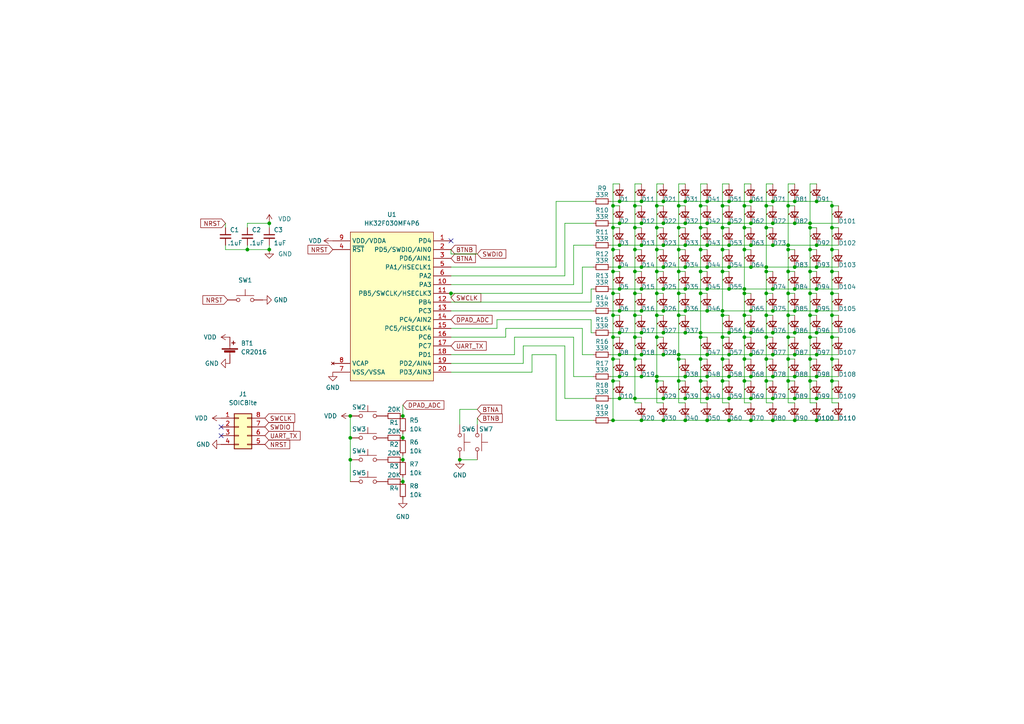
<source format=kicad_sch>
(kicad_sch (version 20211123) (generator eeschema)
  (paper "A4")
  (junction (at 228.6 59.69))
  (junction (at 177.8 78.74))
  (junction (at 192.405 77.47))
  (junction (at 234.95 97.79))
  (junction (at 230.505 121.92))
  (junction (at 196.85 91.44))
  (junction (at 192.405 58.42))
  (junction (at 224.155 64.77))
  (junction (at 205.105 90.17))
  (junction (at 71.755 72.39))
  (junction (at 209.55 91.44))
  (junction (at 184.15 115.57))
  (junction (at 228.6 110.49))
  (junction (at 228.6 71.12))
  (junction (at 217.805 96.52))
  (junction (at 198.755 96.52))
  (junction (at 211.455 83.82))
  (junction (at 78.105 64.77))
  (junction (at 234.95 78.74))
  (junction (at 196.85 102.87))
  (junction (at 196.85 110.49))
  (junction (at 217.805 115.57))
  (junction (at 186.055 58.42))
  (junction (at 203.2 85.09))
  (junction (at 228.6 78.74))
  (junction (at 179.705 64.77))
  (junction (at 230.505 102.87))
  (junction (at 177.8 121.92))
  (junction (at 230.505 115.57))
  (junction (at 215.9 72.39))
  (junction (at 230.505 77.47))
  (junction (at 236.855 121.92))
  (junction (at 186.055 71.12))
  (junction (at 224.155 109.22))
  (junction (at 203.2 78.74))
  (junction (at 236.855 90.17))
  (junction (at 234.95 91.44))
  (junction (at 190.5 109.22))
  (junction (at 228.6 104.14))
  (junction (at 203.2 72.39))
  (junction (at 224.155 90.17))
  (junction (at 179.705 96.52))
  (junction (at 241.3 97.79))
  (junction (at 230.505 109.22))
  (junction (at 192.405 90.17))
  (junction (at 101.6 133.35))
  (junction (at 209.55 104.14))
  (junction (at 215.9 104.14))
  (junction (at 198.755 90.17))
  (junction (at 211.455 115.57))
  (junction (at 177.8 97.79))
  (junction (at 234.95 104.14))
  (junction (at 190.5 72.39))
  (junction (at 209.55 97.79))
  (junction (at 230.505 83.82))
  (junction (at 224.155 96.52))
  (junction (at 179.705 58.42))
  (junction (at 211.455 64.77))
  (junction (at 184.15 59.69))
  (junction (at 222.25 104.14))
  (junction (at 177.8 104.14))
  (junction (at 228.6 91.44))
  (junction (at 177.8 72.39))
  (junction (at 241.3 110.49))
  (junction (at 186.055 83.82))
  (junction (at 177.8 85.09))
  (junction (at 211.455 96.52))
  (junction (at 209.55 72.39))
  (junction (at 198.755 83.82))
  (junction (at 222.25 97.79))
  (junction (at 217.805 121.92))
  (junction (at 228.6 97.79))
  (junction (at 198.755 121.92))
  (junction (at 234.95 110.49))
  (junction (at 205.105 58.42))
  (junction (at 209.55 110.49))
  (junction (at 230.505 58.42))
  (junction (at 215.9 83.82))
  (junction (at 205.105 121.92))
  (junction (at 179.705 102.87))
  (junction (at 186.055 77.47))
  (junction (at 184.15 104.14))
  (junction (at 116.84 133.35))
  (junction (at 211.455 71.12))
  (junction (at 116.84 127))
  (junction (at 184.15 97.79))
  (junction (at 209.55 59.69))
  (junction (at 209.55 90.17))
  (junction (at 198.755 77.47))
  (junction (at 234.95 72.39))
  (junction (at 186.055 109.22))
  (junction (at 224.155 58.42))
  (junction (at 205.105 71.12))
  (junction (at 179.705 109.22))
  (junction (at 222.25 77.47))
  (junction (at 179.705 83.82))
  (junction (at 196.85 59.69))
  (junction (at 203.2 97.79))
  (junction (at 186.055 121.92))
  (junction (at 190.5 91.44))
  (junction (at 203.2 104.14))
  (junction (at 224.155 71.12))
  (junction (at 234.95 64.77))
  (junction (at 209.55 66.04))
  (junction (at 211.455 121.92))
  (junction (at 190.5 66.04))
  (junction (at 224.155 121.92))
  (junction (at 177.8 66.04))
  (junction (at 236.855 102.87))
  (junction (at 234.95 85.09))
  (junction (at 205.105 109.22))
  (junction (at 222.25 85.09))
  (junction (at 190.5 78.74))
  (junction (at 215.9 59.69))
  (junction (at 130.81 85.09))
  (junction (at 192.405 121.92))
  (junction (at 116.84 120.65))
  (junction (at 186.055 96.52))
  (junction (at 222.25 91.44))
  (junction (at 215.9 66.04))
  (junction (at 186.055 64.77))
  (junction (at 215.9 97.79))
  (junction (at 184.15 66.04))
  (junction (at 217.805 109.22))
  (junction (at 222.25 66.04))
  (junction (at 230.505 96.52))
  (junction (at 179.705 77.47))
  (junction (at 241.3 91.44))
  (junction (at 224.155 83.82))
  (junction (at 177.8 91.44))
  (junction (at 192.405 115.57))
  (junction (at 177.8 110.49))
  (junction (at 101.6 120.65))
  (junction (at 217.805 77.47))
  (junction (at 205.105 115.57))
  (junction (at 234.95 66.04))
  (junction (at 203.2 66.04))
  (junction (at 241.3 66.04))
  (junction (at 190.5 110.49))
  (junction (at 198.755 64.77))
  (junction (at 228.6 85.09))
  (junction (at 211.455 77.47))
  (junction (at 101.6 127))
  (junction (at 215.9 110.49))
  (junction (at 217.805 90.17))
  (junction (at 192.405 71.12))
  (junction (at 198.755 109.22))
  (junction (at 236.855 83.82))
  (junction (at 196.85 72.39))
  (junction (at 196.85 66.04))
  (junction (at 241.3 59.69))
  (junction (at 222.25 59.69))
  (junction (at 217.805 102.87))
  (junction (at 184.15 78.74))
  (junction (at 236.855 71.12))
  (junction (at 198.755 115.57))
  (junction (at 179.705 115.57))
  (junction (at 198.755 58.42))
  (junction (at 215.9 91.44))
  (junction (at 179.705 90.17))
  (junction (at 179.705 71.12))
  (junction (at 192.405 96.52))
  (junction (at 196.85 85.09))
  (junction (at 116.84 139.7))
  (junction (at 186.055 90.17))
  (junction (at 184.15 91.44))
  (junction (at 222.25 78.74))
  (junction (at 190.5 59.69))
  (junction (at 184.15 85.09))
  (junction (at 203.2 110.49))
  (junction (at 241.3 104.14))
  (junction (at 192.405 83.82))
  (junction (at 217.805 58.42))
  (junction (at 196.85 78.74))
  (junction (at 186.055 102.87))
  (junction (at 192.405 64.77))
  (junction (at 205.105 102.87))
  (junction (at 236.855 109.22))
  (junction (at 184.15 72.39))
  (junction (at 215.9 85.09))
  (junction (at 236.855 58.42))
  (junction (at 211.455 58.42))
  (junction (at 224.155 115.57))
  (junction (at 224.155 102.87))
  (junction (at 205.105 77.47))
  (junction (at 217.805 64.77))
  (junction (at 230.505 90.17))
  (junction (at 230.505 64.77))
  (junction (at 241.3 85.09))
  (junction (at 211.455 109.22))
  (junction (at 198.755 71.12))
  (junction (at 241.3 78.74))
  (junction (at 133.35 133.35))
  (junction (at 241.3 72.39))
  (junction (at 236.855 115.57))
  (junction (at 228.6 72.39))
  (junction (at 192.405 102.87))
  (junction (at 196.85 104.14))
  (junction (at 209.55 78.74))
  (junction (at 190.5 97.79))
  (junction (at 203.2 96.52))
  (junction (at 205.105 83.82))
  (junction (at 190.5 85.09))
  (junction (at 217.805 71.12))
  (junction (at 205.105 64.77))
  (junction (at 236.855 96.52))
  (junction (at 78.105 72.39))
  (junction (at 177.8 59.69))
  (junction (at 222.25 110.49))
  (junction (at 236.855 77.47))
  (junction (at 203.2 59.69))
  (junction (at 211.455 102.87))
  (no_connect (at 130.81 69.85))
  (no_connect (at 64.135 126.365))
  (no_connect (at 64.135 123.825))
  (wire (pts (xy 168.91 102.87) (xy 172.085 102.87)))
  (wire (pts (xy 211.455 77.47) (xy 217.805 77.47)))
  (wire (pts (xy 211.455 115.57) (xy 217.805 115.57)))
  (wire (pts (xy 184.15 66.04) (xy 184.15 72.39)))
  (wire (pts (xy 171.45 83.82) (xy 172.085 83.82)))
  (wire (pts (xy 215.9 53.34) (xy 217.805 53.34)))
  (wire (pts (xy 177.8 85.09) (xy 177.8 91.44)))
  (wire (pts (xy 184.15 78.74) (xy 184.15 85.09)))
  (wire (pts (xy 241.3 85.09) (xy 241.3 91.44)))
  (wire (pts (xy 190.5 66.04) (xy 192.405 66.04)))
  (wire (pts (xy 190.5 109.22) (xy 190.5 110.49)))
  (wire (pts (xy 196.85 78.74) (xy 196.85 85.09)))
  (wire (pts (xy 215.9 72.39) (xy 215.9 83.82)))
  (wire (pts (xy 222.25 78.74) (xy 222.25 85.09)))
  (wire (pts (xy 177.8 104.14) (xy 179.705 104.14)))
  (wire (pts (xy 184.15 59.69) (xy 184.15 66.04)))
  (wire (pts (xy 236.855 109.22) (xy 243.205 109.22)))
  (wire (pts (xy 186.055 109.22) (xy 190.5 109.22)))
  (wire (pts (xy 166.37 109.22) (xy 172.085 109.22)))
  (wire (pts (xy 130.81 90.17) (xy 172.085 90.17)))
  (wire (pts (xy 192.405 83.82) (xy 198.755 83.82)))
  (wire (pts (xy 215.9 104.14) (xy 217.805 104.14)))
  (wire (pts (xy 138.43 133.35) (xy 133.35 133.35)))
  (wire (pts (xy 168.91 102.87) (xy 168.91 95.25)))
  (wire (pts (xy 228.6 91.44) (xy 230.505 91.44)))
  (wire (pts (xy 228.6 59.69) (xy 230.505 59.69)))
  (wire (pts (xy 192.405 58.42) (xy 198.755 58.42)))
  (wire (pts (xy 198.755 90.17) (xy 205.105 90.17)))
  (wire (pts (xy 198.755 77.47) (xy 205.105 77.47)))
  (wire (pts (xy 192.405 115.57) (xy 198.755 115.57)))
  (wire (pts (xy 241.3 72.39) (xy 241.3 78.74)))
  (wire (pts (xy 161.29 77.47) (xy 161.29 58.42)))
  (wire (pts (xy 211.455 58.42) (xy 217.805 58.42)))
  (wire (pts (xy 241.3 91.44) (xy 243.205 91.44)))
  (wire (pts (xy 203.2 66.04) (xy 205.105 66.04)))
  (wire (pts (xy 184.15 53.34) (xy 186.055 53.34)))
  (wire (pts (xy 192.405 71.12) (xy 198.755 71.12)))
  (wire (pts (xy 217.805 64.77) (xy 224.155 64.77)))
  (wire (pts (xy 177.8 97.79) (xy 179.705 97.79)))
  (wire (pts (xy 130.81 73.66) (xy 138.43 73.66)))
  (wire (pts (xy 186.055 71.12) (xy 192.405 71.12)))
  (wire (pts (xy 215.9 116.84) (xy 217.805 116.84)))
  (wire (pts (xy 203.2 96.52) (xy 203.2 97.79)))
  (wire (pts (xy 198.755 109.22) (xy 205.105 109.22)))
  (wire (pts (xy 130.81 107.95) (xy 154.305 107.95)))
  (wire (pts (xy 177.8 85.09) (xy 179.705 85.09)))
  (wire (pts (xy 101.6 127) (xy 101.6 133.35)))
  (wire (pts (xy 168.91 95.25) (xy 146.685 95.25)))
  (wire (pts (xy 130.81 85.09) (xy 130.81 86.36)))
  (wire (pts (xy 228.6 91.44) (xy 228.6 97.79)))
  (wire (pts (xy 241.3 78.74) (xy 241.3 85.09)))
  (wire (pts (xy 177.165 96.52) (xy 179.705 96.52)))
  (wire (pts (xy 130.81 102.87) (xy 149.225 102.87)))
  (wire (pts (xy 205.105 58.42) (xy 211.455 58.42)))
  (wire (pts (xy 222.25 110.49) (xy 222.25 116.84)))
  (wire (pts (xy 234.95 78.74) (xy 236.855 78.74)))
  (wire (pts (xy 215.9 91.44) (xy 215.9 97.79)))
  (wire (pts (xy 179.705 71.12) (xy 186.055 71.12)))
  (wire (pts (xy 215.9 110.49) (xy 215.9 116.84)))
  (wire (pts (xy 196.85 91.44) (xy 198.755 91.44)))
  (wire (pts (xy 203.2 104.14) (xy 203.2 110.49)))
  (wire (pts (xy 168.91 77.47) (xy 168.91 85.09)))
  (wire (pts (xy 65.405 72.39) (xy 71.755 72.39)))
  (wire (pts (xy 217.805 109.22) (xy 224.155 109.22)))
  (wire (pts (xy 192.405 64.77) (xy 198.755 64.77)))
  (wire (pts (xy 215.9 85.09) (xy 215.9 91.44)))
  (wire (pts (xy 203.2 78.74) (xy 205.105 78.74)))
  (wire (pts (xy 215.9 72.39) (xy 217.805 72.39)))
  (wire (pts (xy 177.8 53.34) (xy 177.8 59.69)))
  (wire (pts (xy 205.105 121.92) (xy 211.455 121.92)))
  (wire (pts (xy 190.5 78.74) (xy 192.405 78.74)))
  (wire (pts (xy 228.6 53.34) (xy 228.6 59.69)))
  (wire (pts (xy 203.2 85.09) (xy 203.2 96.52)))
  (wire (pts (xy 144.145 95.25) (xy 144.145 92.71)))
  (wire (pts (xy 190.5 66.04) (xy 190.5 72.39)))
  (wire (pts (xy 241.3 72.39) (xy 243.205 72.39)))
  (wire (pts (xy 205.105 90.17) (xy 209.55 90.17)))
  (wire (pts (xy 116.84 117.475) (xy 116.84 120.65)))
  (wire (pts (xy 196.85 102.87) (xy 205.105 102.87)))
  (wire (pts (xy 171.45 83.82) (xy 171.45 87.63)))
  (wire (pts (xy 177.8 72.39) (xy 177.8 78.74)))
  (wire (pts (xy 184.15 72.39) (xy 186.055 72.39)))
  (wire (pts (xy 228.6 72.39) (xy 230.505 72.39)))
  (wire (pts (xy 184.15 115.57) (xy 192.405 115.57)))
  (wire (pts (xy 241.3 104.14) (xy 243.205 104.14)))
  (wire (pts (xy 130.81 72.39) (xy 130.81 73.66)))
  (wire (pts (xy 241.3 91.44) (xy 241.3 97.79)))
  (wire (pts (xy 203.2 78.74) (xy 203.2 85.09)))
  (wire (pts (xy 209.55 59.69) (xy 211.455 59.69)))
  (wire (pts (xy 186.055 102.87) (xy 192.405 102.87)))
  (wire (pts (xy 196.85 66.04) (xy 198.755 66.04)))
  (wire (pts (xy 177.165 102.87) (xy 179.705 102.87)))
  (wire (pts (xy 209.55 91.44) (xy 211.455 91.44)))
  (wire (pts (xy 166.37 82.55) (xy 166.37 71.12)))
  (wire (pts (xy 177.165 121.92) (xy 177.8 121.92)))
  (wire (pts (xy 217.805 58.42) (xy 224.155 58.42)))
  (wire (pts (xy 222.25 97.79) (xy 222.25 104.14)))
  (wire (pts (xy 184.15 97.79) (xy 186.055 97.79)))
  (wire (pts (xy 215.9 85.09) (xy 217.805 85.09)))
  (wire (pts (xy 186.055 83.82) (xy 192.405 83.82)))
  (wire (pts (xy 228.6 85.09) (xy 228.6 91.44)))
  (wire (pts (xy 236.855 96.52) (xy 243.205 96.52)))
  (wire (pts (xy 196.85 85.09) (xy 198.755 85.09)))
  (wire (pts (xy 234.95 72.39) (xy 236.855 72.39)))
  (wire (pts (xy 163.83 80.01) (xy 163.83 64.77)))
  (wire (pts (xy 230.505 77.47) (xy 236.855 77.47)))
  (wire (pts (xy 236.855 71.12) (xy 243.205 71.12)))
  (wire (pts (xy 234.95 53.34) (xy 234.95 64.77)))
  (wire (pts (xy 209.55 116.84) (xy 211.455 116.84)))
  (wire (pts (xy 209.55 104.14) (xy 211.455 104.14)))
  (wire (pts (xy 209.55 90.17) (xy 209.55 91.44)))
  (wire (pts (xy 236.855 77.47) (xy 243.205 77.47)))
  (wire (pts (xy 196.85 102.87) (xy 196.85 104.14)))
  (wire (pts (xy 209.55 59.69) (xy 209.55 66.04)))
  (wire (pts (xy 222.25 66.04) (xy 224.155 66.04)))
  (wire (pts (xy 186.055 58.42) (xy 192.405 58.42)))
  (wire (pts (xy 224.155 71.12) (xy 228.6 71.12)))
  (wire (pts (xy 177.8 78.74) (xy 177.8 85.09)))
  (wire (pts (xy 177.165 64.77) (xy 179.705 64.77)))
  (wire (pts (xy 203.2 66.04) (xy 203.2 72.39)))
  (wire (pts (xy 234.95 53.34) (xy 236.855 53.34)))
  (wire (pts (xy 186.055 96.52) (xy 192.405 96.52)))
  (wire (pts (xy 179.705 58.42) (xy 186.055 58.42)))
  (wire (pts (xy 211.455 64.77) (xy 217.805 64.77)))
  (wire (pts (xy 184.15 85.09) (xy 184.15 91.44)))
  (wire (pts (xy 205.105 115.57) (xy 211.455 115.57)))
  (wire (pts (xy 116.84 132.08) (xy 116.84 133.35)))
  (wire (pts (xy 209.55 53.34) (xy 209.55 59.69)))
  (wire (pts (xy 217.805 77.47) (xy 222.25 77.47)))
  (wire (pts (xy 217.805 121.92) (xy 224.155 121.92)))
  (wire (pts (xy 228.6 85.09) (xy 230.505 85.09)))
  (wire (pts (xy 179.705 109.22) (xy 186.055 109.22)))
  (wire (pts (xy 190.5 59.69) (xy 190.5 66.04)))
  (wire (pts (xy 203.2 59.69) (xy 205.105 59.69)))
  (wire (pts (xy 184.15 115.57) (xy 184.15 116.84)))
  (wire (pts (xy 138.43 118.745) (xy 133.35 118.745)))
  (wire (pts (xy 190.5 85.09) (xy 190.5 91.44)))
  (wire (pts (xy 177.165 115.57) (xy 179.705 115.57)))
  (wire (pts (xy 192.405 102.87) (xy 196.85 102.87)))
  (wire (pts (xy 184.15 91.44) (xy 186.055 91.44)))
  (wire (pts (xy 179.705 90.17) (xy 186.055 90.17)))
  (wire (pts (xy 65.405 64.77) (xy 65.405 66.04)))
  (wire (pts (xy 177.8 91.44) (xy 177.8 97.79)))
  (wire (pts (xy 177.165 90.17) (xy 179.705 90.17)))
  (wire (pts (xy 177.8 110.49) (xy 179.705 110.49)))
  (wire (pts (xy 186.055 64.77) (xy 192.405 64.77)))
  (wire (pts (xy 209.55 66.04) (xy 209.55 72.39)))
  (wire (pts (xy 130.81 95.25) (xy 144.145 95.25)))
  (wire (pts (xy 198.755 96.52) (xy 203.2 96.52)))
  (wire (pts (xy 224.155 115.57) (xy 230.505 115.57)))
  (wire (pts (xy 184.15 116.84) (xy 186.055 116.84)))
  (wire (pts (xy 184.15 104.14) (xy 184.15 115.57)))
  (wire (pts (xy 205.105 77.47) (xy 211.455 77.47)))
  (wire (pts (xy 211.455 102.87) (xy 217.805 102.87)))
  (wire (pts (xy 190.5 72.39) (xy 190.5 78.74)))
  (wire (pts (xy 230.505 115.57) (xy 236.855 115.57)))
  (wire (pts (xy 215.9 110.49) (xy 217.805 110.49)))
  (wire (pts (xy 177.8 121.92) (xy 186.055 121.92)))
  (wire (pts (xy 186.055 77.47) (xy 192.405 77.47)))
  (wire (pts (xy 241.3 97.79) (xy 241.3 104.14)))
  (wire (pts (xy 209.55 110.49) (xy 211.455 110.49)))
  (wire (pts (xy 177.8 66.04) (xy 179.705 66.04)))
  (wire (pts (xy 215.9 83.82) (xy 215.9 85.09)))
  (wire (pts (xy 234.95 72.39) (xy 234.95 78.74)))
  (wire (pts (xy 190.5 109.22) (xy 198.755 109.22)))
  (wire (pts (xy 78.105 64.77) (xy 71.755 64.77)))
  (wire (pts (xy 228.6 104.14) (xy 228.6 110.49)))
  (wire (pts (xy 222.25 78.74) (xy 224.155 78.74)))
  (wire (pts (xy 196.85 104.14) (xy 196.85 110.49)))
  (wire (pts (xy 198.755 115.57) (xy 205.105 115.57)))
  (wire (pts (xy 241.3 66.04) (xy 241.3 72.39)))
  (wire (pts (xy 211.455 83.82) (xy 215.9 83.82)))
  (wire (pts (xy 230.505 109.22) (xy 236.855 109.22)))
  (wire (pts (xy 203.2 59.69) (xy 203.2 66.04)))
  (wire (pts (xy 179.705 96.52) (xy 186.055 96.52)))
  (wire (pts (xy 177.165 77.47) (xy 179.705 77.47)))
  (wire (pts (xy 192.405 96.52) (xy 198.755 96.52)))
  (wire (pts (xy 179.705 115.57) (xy 184.15 115.57)))
  (wire (pts (xy 209.55 78.74) (xy 209.55 90.17)))
  (wire (pts (xy 163.83 115.57) (xy 163.83 100.33)))
  (wire (pts (xy 234.95 91.44) (xy 236.855 91.44)))
  (wire (pts (xy 234.95 66.04) (xy 236.855 66.04)))
  (wire (pts (xy 196.85 104.14) (xy 198.755 104.14)))
  (wire (pts (xy 203.2 116.84) (xy 205.105 116.84)))
  (wire (pts (xy 203.2 53.34) (xy 205.105 53.34)))
  (wire (pts (xy 196.85 110.49) (xy 196.85 116.84)))
  (wire (pts (xy 234.95 66.04) (xy 234.95 72.39)))
  (wire (pts (xy 78.105 71.12) (xy 78.105 72.39)))
  (wire (pts (xy 196.85 116.84) (xy 198.755 116.84)))
  (wire (pts (xy 163.83 100.33) (xy 151.765 100.33)))
  (wire (pts (xy 224.155 109.22) (xy 230.505 109.22)))
  (wire (pts (xy 71.755 64.77) (xy 71.755 66.04)))
  (wire (pts (xy 205.105 109.22) (xy 211.455 109.22)))
  (wire (pts (xy 205.105 102.87) (xy 211.455 102.87)))
  (wire (pts (xy 241.3 59.69) (xy 241.3 66.04)))
  (wire (pts (xy 190.5 97.79) (xy 192.405 97.79)))
  (wire (pts (xy 215.9 97.79) (xy 217.805 97.79)))
  (wire (pts (xy 65.405 71.12) (xy 65.405 72.39)))
  (wire (pts (xy 215.9 97.79) (xy 215.9 104.14)))
  (wire (pts (xy 215.9 66.04) (xy 217.805 66.04)))
  (wire (pts (xy 234.95 91.44) (xy 234.95 97.79)))
  (wire (pts (xy 177.8 104.14) (xy 177.8 110.49)))
  (wire (pts (xy 203.2 97.79) (xy 205.105 97.79)))
  (wire (pts (xy 217.805 71.12) (xy 224.155 71.12)))
  (wire (pts (xy 228.6 110.49) (xy 228.6 116.84)))
  (wire (pts (xy 133.35 118.745) (xy 133.35 123.19)))
  (wire (pts (xy 116.84 138.43) (xy 116.84 139.7)))
  (wire (pts (xy 203.2 110.49) (xy 203.2 116.84)))
  (wire (pts (xy 205.105 71.12) (xy 211.455 71.12)))
  (wire (pts (xy 234.95 97.79) (xy 236.855 97.79)))
  (wire (pts (xy 163.83 115.57) (xy 172.085 115.57)))
  (wire (pts (xy 177.8 110.49) (xy 177.8 121.92)))
  (wire (pts (xy 234.95 110.49) (xy 236.855 110.49)))
  (wire (pts (xy 177.165 83.82) (xy 179.705 83.82)))
  (wire (pts (xy 78.105 64.77) (xy 78.105 66.04)))
  (wire (pts (xy 215.9 91.44) (xy 217.805 91.44)))
  (wire (pts (xy 222.25 97.79) (xy 224.155 97.79)))
  (wire (pts (xy 196.85 53.34) (xy 196.85 59.69)))
  (wire (pts (xy 222.25 59.69) (xy 222.25 66.04)))
  (wire (pts (xy 215.9 59.69) (xy 215.9 66.04)))
  (wire (pts (xy 196.85 78.74) (xy 198.755 78.74)))
  (wire (pts (xy 190.5 72.39) (xy 192.405 72.39)))
  (wire (pts (xy 222.25 104.14) (xy 224.155 104.14)))
  (wire (pts (xy 161.29 58.42) (xy 172.085 58.42)))
  (wire (pts (xy 241.3 97.79) (xy 243.205 97.79)))
  (wire (pts (xy 228.6 53.34) (xy 230.505 53.34)))
  (wire (pts (xy 236.855 102.87) (xy 243.205 102.87)))
  (wire (pts (xy 203.2 96.52) (xy 211.455 96.52)))
  (wire (pts (xy 71.755 71.12) (xy 71.755 72.39)))
  (wire (pts (xy 224.155 58.42) (xy 230.505 58.42)))
  (wire (pts (xy 177.8 78.74) (xy 179.705 78.74)))
  (wire (pts (xy 130.81 85.09) (xy 168.91 85.09)))
  (wire (pts (xy 163.83 64.77) (xy 172.085 64.77)))
  (wire (pts (xy 184.15 78.74) (xy 186.055 78.74)))
  (wire (pts (xy 196.85 91.44) (xy 196.85 102.87)))
  (wire (pts (xy 230.505 83.82) (xy 236.855 83.82)))
  (wire (pts (xy 209.55 66.04) (xy 211.455 66.04)))
  (wire (pts (xy 205.105 83.82) (xy 211.455 83.82)))
  (wire (pts (xy 236.855 83.82) (xy 243.205 83.82)))
  (wire (pts (xy 241.3 116.84) (xy 243.205 116.84)))
  (wire (pts (xy 209.55 53.34) (xy 211.455 53.34)))
  (wire (pts (xy 161.29 121.92) (xy 161.29 102.87)))
  (wire (pts (xy 101.6 133.35) (xy 101.6 139.7)))
  (wire (pts (xy 241.3 78.74) (xy 243.205 78.74)))
  (wire (pts (xy 234.95 85.09) (xy 234.95 91.44)))
  (wire (pts (xy 222.25 59.69) (xy 224.155 59.69)))
  (wire (pts (xy 209.55 72.39) (xy 211.455 72.39)))
  (wire (pts (xy 130.81 77.47) (xy 161.29 77.47)))
  (wire (pts (xy 177.165 71.12) (xy 179.705 71.12)))
  (wire (pts (xy 234.95 104.14) (xy 234.95 110.49)))
  (wire (pts (xy 234.95 85.09) (xy 236.855 85.09)))
  (wire (pts (xy 177.8 91.44) (xy 179.705 91.44)))
  (wire (pts (xy 196.85 53.34) (xy 198.755 53.34)))
  (wire (pts (xy 186.055 90.17) (xy 192.405 90.17)))
  (wire (pts (xy 116.84 125.73) (xy 116.84 127)))
  (wire (pts (xy 179.705 64.77) (xy 186.055 64.77)))
  (wire (pts (xy 190.5 59.69) (xy 192.405 59.69)))
  (wire (pts (xy 234.95 97.79) (xy 234.95 104.14)))
  (wire (pts (xy 217.805 115.57) (xy 224.155 115.57)))
  (wire (pts (xy 222.25 91.44) (xy 222.25 97.79)))
  (wire (pts (xy 154.305 102.87) (xy 161.29 102.87)))
  (wire (pts (xy 186.055 121.92) (xy 192.405 121.92)))
  (wire (pts (xy 234.95 116.84) (xy 236.855 116.84)))
  (wire (pts (xy 177.8 59.69) (xy 179.705 59.69)))
  (wire (pts (xy 228.6 97.79) (xy 228.6 104.14)))
  (wire (pts (xy 179.705 102.87) (xy 186.055 102.87)))
  (wire (pts (xy 161.29 121.92) (xy 172.085 121.92)))
  (wire (pts (xy 203.2 72.39) (xy 203.2 78.74)))
  (wire (pts (xy 241.3 85.09) (xy 243.205 85.09)))
  (wire (pts (xy 166.37 109.22) (xy 166.37 97.79)))
  (wire (pts (xy 184.15 85.09) (xy 186.055 85.09)))
  (wire (pts (xy 149.225 97.79) (xy 166.37 97.79)))
  (wire (pts (xy 217.805 102.87) (xy 224.155 102.87)))
  (wire (pts (xy 215.9 83.82) (xy 224.155 83.82)))
  (wire (pts (xy 230.505 121.92) (xy 236.855 121.92)))
  (wire (pts (xy 179.705 77.47) (xy 186.055 77.47)))
  (wire (pts (xy 236.855 58.42) (xy 241.3 58.42)))
  (wire (pts (xy 224.155 96.52) (xy 230.505 96.52)))
  (wire (pts (xy 190.5 53.34) (xy 190.5 59.69)))
  (wire (pts (xy 177.8 53.34) (xy 179.705 53.34)))
  (wire (pts (xy 224.155 102.87) (xy 230.505 102.87)))
  (wire (pts (xy 224.155 121.92) (xy 230.505 121.92)))
  (wire (pts (xy 196.85 72.39) (xy 196.85 78.74)))
  (wire (pts (xy 209.55 110.49) (xy 209.55 116.84)))
  (wire (pts (xy 241.3 110.49) (xy 241.3 116.84)))
  (wire (pts (xy 230.505 102.87) (xy 236.855 102.87)))
  (wire (pts (xy 234.95 64.77) (xy 234.95 66.04)))
  (wire (pts (xy 198.755 121.92) (xy 205.105 121.92)))
  (wire (pts (xy 241.3 66.04) (xy 243.205 66.04)))
  (wire (pts (xy 196.85 72.39) (xy 198.755 72.39)))
  (wire (pts (xy 177.8 72.39) (xy 179.705 72.39)))
  (wire (pts (xy 228.6 110.49) (xy 230.505 110.49)))
  (wire (pts (xy 190.5 53.34) (xy 192.405 53.34)))
  (wire (pts (xy 179.705 83.82) (xy 186.055 83.82)))
  (wire (pts (xy 177.8 59.69) (xy 177.8 66.04)))
  (wire (pts (xy 236.855 121.92) (xy 243.205 121.92)))
  (wire (pts (xy 209.55 104.14) (xy 209.55 110.49)))
  (wire (pts (xy 211.455 96.52) (xy 217.805 96.52)))
  (wire (pts (xy 190.5 78.74) (xy 190.5 85.09)))
  (wire (pts (xy 151.765 100.33) (xy 151.765 105.41)))
  (wire (pts (xy 228.6 71.12) (xy 236.855 71.12)))
  (wire (pts (xy 230.505 64.77) (xy 234.95 64.77)))
  (wire (pts (xy 184.15 97.79) (xy 184.15 104.14)))
  (wire (pts (xy 177.165 109.22) (xy 179.705 109.22)))
  (wire (pts (xy 236.855 115.57) (xy 243.205 115.57)))
  (wire (pts (xy 209.55 91.44) (xy 209.55 97.79)))
  (wire (pts (xy 211.455 121.92) (xy 217.805 121.92)))
  (wire (pts (xy 222.25 104.14) (xy 222.25 110.49)))
  (wire (pts (xy 215.9 59.69) (xy 217.805 59.69)))
  (wire (pts (xy 224.155 90.17) (xy 230.505 90.17)))
  (wire (pts (xy 190.5 91.44) (xy 192.405 91.44)))
  (wire (pts (xy 190.5 110.49) (xy 190.5 116.84)))
  (wire (pts (xy 217.805 90.17) (xy 224.155 90.17)))
  (wire (pts (xy 171.45 96.52) (xy 172.085 96.52)))
  (wire (pts (xy 146.685 95.25) (xy 146.685 97.79)))
  (wire (pts (xy 177.8 97.79) (xy 177.8 104.14)))
  (wire (pts (xy 101.6 120.65) (xy 101.6 127)))
  (wire (pts (xy 228.6 72.39) (xy 228.6 78.74)))
  (wire (pts (xy 222.25 77.47) (xy 222.25 78.74)))
  (wire (pts (xy 184.15 59.69) (xy 186.055 59.69)))
  (wire (pts (xy 209.55 72.39) (xy 209.55 78.74)))
  (wire (pts (xy 71.755 72.39) (xy 78.105 72.39)))
  (wire (pts (xy 184.15 104.14) (xy 186.055 104.14)))
  (wire (pts (xy 146.685 97.79) (xy 130.81 97.79)))
  (wire (pts (xy 154.305 107.95) (xy 154.305 102.87)))
  (wire (pts (xy 222.25 85.09) (xy 224.155 85.09)))
  (wire (pts (xy 190.5 116.84) (xy 192.405 116.84)))
  (wire (pts (xy 203.2 104.14) (xy 205.105 104.14)))
  (wire (pts (xy 230.505 96.52) (xy 236.855 96.52)))
  (wire (pts (xy 209.55 97.79) (xy 211.455 97.79)))
  (wire (pts (xy 228.6 78.74) (xy 230.505 78.74)))
  (wire (pts (xy 177.8 66.04) (xy 177.8 72.39)))
  (wire (pts (xy 144.145 92.71) (xy 171.45 92.71)))
  (wire (pts (xy 196.85 59.69) (xy 196.85 66.04)))
  (wire (pts (xy 198.755 64.77) (xy 205.105 64.77)))
  (wire (pts (xy 130.81 87.63) (xy 171.45 87.63)))
  (wire (pts (xy 168.91 77.47) (xy 172.085 77.47)))
  (wire (pts (xy 234.95 104.14) (xy 236.855 104.14)))
  (wire (pts (xy 222.25 53.34) (xy 222.25 59.69)))
  (wire (pts (xy 215.9 104.14) (xy 215.9 110.49)))
  (wire (pts (xy 234.95 110.49) (xy 234.95 116.84)))
  (wire (pts (xy 222.25 91.44) (xy 224.155 91.44)))
  (wire (pts (xy 130.81 80.01) (xy 163.83 80.01)))
  (wire (pts (xy 203.2 72.39) (xy 205.105 72.39)))
  (wire (pts (xy 241.3 110.49) (xy 243.205 110.49)))
  (wire (pts (xy 222.25 85.09) (xy 222.25 91.44)))
  (wire (pts (xy 196.85 110.49) (xy 198.755 110.49)))
  (wire (pts (xy 203.2 85.09) (xy 205.105 85.09)))
  (wire (pts (xy 236.855 90.17) (xy 243.205 90.17)))
  (wire (pts (xy 230.505 90.17) (xy 236.855 90.17)))
  (wire (pts (xy 190.5 97.79) (xy 190.5 109.22)))
  (wire (pts (xy 184.15 66.04) (xy 186.055 66.04)))
  (wire (pts (xy 138.43 121.285) (xy 138.43 123.19)))
  (wire (pts (xy 209.55 97.79) (xy 209.55 104.14)))
  (wire (pts (xy 198.755 58.42) (xy 205.105 58.42)))
  (wire (pts (xy 241.3 104.14) (xy 241.3 110.49)))
  (wire (pts (xy 234.95 64.77) (xy 243.205 64.77)))
  (wire (pts (xy 222.25 77.47) (xy 230.505 77.47)))
  (wire (pts (xy 228.6 104.14) (xy 230.505 104.14)))
  (wire (pts (xy 130.81 82.55) (xy 166.37 82.55)))
  (wire (pts (xy 190.5 85.09) (xy 192.405 85.09)))
  (wire (pts (xy 224.155 83.82) (xy 230.505 83.82)))
  (wire (pts (xy 198.755 71.12) (xy 205.105 71.12)))
  (wire (pts (xy 203.2 110.49) (xy 205.105 110.49)))
  (wire (pts (xy 222.25 110.49) (xy 224.155 110.49)))
  (wire (pts (xy 184.15 53.34) (xy 184.15 59.69)))
  (wire (pts (xy 211.455 109.22) (xy 217.805 109.22)))
  (wire (pts (xy 228.6 71.12) (xy 228.6 72.39)))
  (wire (pts (xy 190.5 110.49) (xy 192.405 110.49)))
  (wire (pts (xy 149.225 102.87) (xy 149.225 97.79)))
  (wire (pts (xy 196.85 66.04) (xy 196.85 72.39)))
  (wire (pts (xy 215.9 53.34) (xy 215.9 59.69)))
  (wire (pts (xy 198.755 83.82) (xy 205.105 83.82)))
  (wire (pts (xy 205.105 64.77) (xy 211.455 64.77)))
  (wire (pts (xy 196.85 59.69) (xy 198.755 59.69)))
  (wire (pts (xy 241.3 58.42) (xy 241.3 59.69)))
  (wire (pts (xy 222.25 53.34) (xy 224.155 53.34)))
  (wire (pts (xy 217.805 96.52) (xy 224.155 96.52)))
  (wire (pts (xy 192.405 90.17) (xy 198.755 90.17)))
  (wire (pts (xy 151.765 105.41) (xy 130.81 105.41)))
  (wire (pts (xy 192.405 77.47) (xy 198.755 77.47)))
  (wire (pts (xy 184.15 91.44) (xy 184.15 97.79)))
  (wire (pts (xy 166.37 71.12) (xy 172.085 71.12)))
  (wire (pts (xy 209.55 78.74) (xy 211.455 78.74)))
  (wire (pts (xy 192.405 121.92) (xy 198.755 121.92)))
  (wire (pts (xy 209.55 90.17) (xy 217.805 90.17)))
  (wire (pts (xy 228.6 97.79) (xy 230.505 97.79)))
  (wire (pts (xy 222.25 66.04) (xy 222.25 77.47)))
  (wire (pts (xy 234.95 78.74) (xy 234.95 85.09)))
  (wire (pts (xy 222.25 116.84) (xy 224.155 116.84)))
  (wire (pts (xy 177.165 58.42) (xy 179.705 58.42)))
  (wire (pts (xy 224.155 64.77) (xy 230.505 64.77)))
  (wire (pts (xy 196.85 85.09) (xy 196.85 91.44)))
  (wire (pts (xy 211.455 71.12) (xy 217.805 71.12)))
  (wire (pts (xy 203.2 97.79) (xy 203.2 104.14)))
  (wire (pts (xy 190.5 91.44) (xy 190.5 97.79)))
  (wire (pts (xy 203.2 53.34) (xy 203.2 59.69)))
  (wire (pts (xy 230.505 58.42) (xy 236.855 58.42)))
  (wire (pts (xy 241.3 59.69) (xy 243.205 59.69)))
  (wire (pts (xy 215.9 66.04) (xy 215.9 72.39)))
  (wire (pts (xy 228.6 59.69) (xy 228.6 71.12)))
  (wire (pts (xy 228.6 78.74) (xy 228.6 85.09)))
  (wire (pts (xy 171.45 96.52) (xy 171.45 92.71)))
  (wire (pts (xy 184.15 72.39) (xy 184.15 78.74)))
  (wire (pts (xy 228.6 116.84) (xy 230.505 116.84)))
  (global_label "SWDIO" (shape input) (at 138.43 73.66 0) (property "Intersheet References" "${INTERSHEET_REFS}" (effects hide)))
  (global_label "NRST" (shape input) (at 96.52 72.39 180) (property "Intersheet References" "${INTERSHEET_REFS}" (effects hide)))
  (global_label "DPAD_ADC" (shape input) (at 116.84 117.475 0) (property "Intersheet References" "${INTERSHEET_REFS}" (effects hide)))
  (global_label "BTNA" (shape input) (at 130.81 74.93 0) (property "Intersheet References" "${INTERSHEET_REFS}" (effects hide)))
  (global_label "NRST" (shape input) (at 65.405 64.77 180) (property "Intersheet References" "${INTERSHEET_REFS}" (effects hide)))
  (global_label "BTNB" (shape input) (at 138.43 121.285 0) (property "Intersheet References" "${INTERSHEET_REFS}" (effects hide)))
  (global_label "BTNB" (shape input) (at 130.81 72.39 0) (property "Intersheet References" "${INTERSHEET_REFS}" (effects hide)))
  (global_label "DPAD_ADC" (shape input) (at 130.81 92.71 0) (property "Intersheet References" "${INTERSHEET_REFS}" (effects hide)))
  (global_label "NRST" (shape input) (at 66.04 86.995 180) (property "Intersheet References" "${INTERSHEET_REFS}" (effects hide)))
  (global_label "UART_TX" (shape input) (at 76.835 126.365 0) (property "Intersheet References" "${INTERSHEET_REFS}" (effects hide)))
  (global_label "SWDIO" (shape input) (at 76.835 123.825 0) (property "Intersheet References" "${INTERSHEET_REFS}" (effects hide)))
  (global_label "SWCLK" (shape input) (at 76.835 121.285 0) (property "Intersheet References" "${INTERSHEET_REFS}" (effects hide)))
  (global_label "SWCLK" (shape input) (at 130.81 86.36 0) (property "Intersheet References" "${INTERSHEET_REFS}" (effects hide)))
  (global_label "UART_TX" (shape input) (at 130.81 100.33 0) (property "Intersheet References" "${INTERSHEET_REFS}" (effects hide)))
  (global_label "BTNA" (shape input) (at 138.43 118.745 0) (property "Intersheet References" "${INTERSHEET_REFS}" (effects hide)))
  (global_label "NRST" (shape input) (at 76.835 128.905 0) (property "Intersheet References" "${INTERSHEET_REFS}" (effects hide)))
  (symbol (lib_id "Device:LED_Small") (at 236.855 100.33 90) (unit 1)
    (property "Reference" "D97" (at 236.855 102.235 90) (effects (justify right)))
    (property "Value" "LED_Small" (effects hide))
    (property "Footprint" "reverse-mount:LED_0603_1608Metric_Pad1.05x0.95mm_HandSolder" (effects hide))
  )
  (symbol (lib_id "Device:LED_Small") (at 198.755 74.93 90) (unit 1)
    (property "Reference" "D34" (at 198.755 76.835 90) (effects (justify right)))
    (property "Value" "LED_Small" (effects hide))
    (property "Footprint" "reverse-mount:LED_0603_1608Metric_Pad1.05x0.95mm_HandSolder" (effects hide))
  )
  (symbol (lib_id "power:GND") (at 116.84 144.78 0) (mirror y) (unit 1)
    (property "Reference" "#PWR011" (effects hide))
    (property "Value" "GND" (at 116.84 149.86 0))
  )
  (symbol (lib_id "Device:R_Small") (at 116.84 142.24 180) (unit 1)
    (property "Reference" "R8" (at 118.745 140.9699 0) (effects (justify right)))
    (property "Value" "10k" (at 118.745 143.5099 0) (effects (justify right)))
    (property "Footprint" "Resistor_SMD:R_0402_1005Metric_Pad0.72x0.64mm_HandSolder" (effects hide))
  )
  (symbol (lib_id "power:VDD") (at 66.675 97.79 90) (mirror x) (unit 1)
    (property "Reference" "#PWR03" (effects hide))
    (property "Value" "VDD" (at 62.865 97.7901 90) (effects (justify left)))
  )
  (symbol (lib_id "Device:LED_Small") (at 186.055 93.98 90) (unit 1)
    (property "Reference" "D17" (at 186.055 95.885 90) (effects (justify right)))
    (property "Value" "LED_Small" (effects hide))
    (property "Footprint" "reverse-mount:LED_0603_1608Metric_Pad1.05x0.95mm_HandSolder" (effects hide))
  )
  (symbol (lib_id "Device:LED_Small") (at 243.205 81.28 90) (unit 1)
    (property "Reference" "D104" (at 243.205 83.185 90) (effects (justify right)))
    (property "Value" "LED_Small" (effects hide))
    (property "Footprint" "reverse-mount:LED_0603_1608Metric_Pad1.05x0.95mm_HandSolder" (effects hide))
  )
  (symbol (lib_id "Switch:SW_Push") (at 106.68 139.7 0) (mirror y) (unit 1)
    (property "Reference" "SW5" (at 104.14 137.16 0))
    (property "Value" "SW_Push" (effects hide))
    (property "Footprint" "reverse-mount:SW_SPST_TSE024" (effects hide))
  )
  (symbol (lib_id "Device:LED_Small") (at 211.455 68.58 90) (unit 1)
    (property "Reference" "D53" (at 211.455 70.485 90) (effects (justify right)))
    (property "Value" "LED_Small" (effects hide))
    (property "Footprint" "reverse-mount:LED_0603_1608Metric_Pad1.05x0.95mm_HandSolder" (effects hide))
  )
  (symbol (lib_id "Device:LED_Small") (at 192.405 55.88 90) (unit 1)
    (property "Reference" "D21" (at 192.405 57.785 90) (effects (justify right)))
    (property "Value" "LED_Small" (effects hide))
    (property "Footprint" "reverse-mount:LED_0603_1608Metric_Pad1.05x0.95mm_HandSolder" (effects hide))
  )
  (symbol (lib_id "Device:LED_Small") (at 192.405 81.28 90) (unit 1)
    (property "Reference" "D25" (at 192.405 83.185 90) (effects (justify right)))
    (property "Value" "LED_Small" (effects hide))
    (property "Footprint" "reverse-mount:LED_0603_1608Metric_Pad1.05x0.95mm_HandSolder" (effects hide))
  )
  (symbol (lib_id "Device:LED_Small") (at 198.755 55.88 90) (unit 1)
    (property "Reference" "D31" (at 198.755 57.785 90) (effects (justify right)))
    (property "Value" "LED_Small" (effects hide))
    (property "Footprint" "reverse-mount:LED_0603_1608Metric_Pad1.05x0.95mm_HandSolder" (effects hide))
  )
  (symbol (lib_id "Device:LED_Small") (at 179.705 74.93 90) (unit 1)
    (property "Reference" "D4" (at 179.705 76.835 90) (effects (justify right)))
    (property "Value" "LED_Small" (effects hide))
    (property "Footprint" "reverse-mount:LED_0603_1608Metric_Pad1.05x0.95mm_HandSolder" (effects hide))
  )
  (symbol (lib_id "Device:LED_Small") (at 198.755 113.03 90) (unit 1)
    (property "Reference" "D39" (at 198.755 114.935 90) (effects (justify right)))
    (property "Value" "LED_Small" (effects hide))
    (property "Footprint" "reverse-mount:LED_0603_1608Metric_Pad1.05x0.95mm_HandSolder" (effects hide))
  )
  (symbol (lib_id "businesscard:HK32F030MF4P6") (at 96.52 67.31 0) (unit 1)
    (property "Reference" "U1" (at 113.665 62.23 0))
    (property "Value" "HK32F030MF4P6" (at 113.665 64.77 0))
    (property "Footprint" "reverse-mount:TSSOP-20_4.4x6.5mm_P0.65mm" (effects hide))
  )
  (symbol (lib_id "Device:LED_Small") (at 224.155 87.63 90) (unit 1)
    (property "Reference" "D75" (at 224.155 89.535 90) (effects (justify right)))
    (property "Value" "LED_Small" (effects hide))
    (property "Footprint" "reverse-mount:LED_0603_1608Metric_Pad1.05x0.95mm_HandSolder" (effects hide))
  )
  (symbol (lib_id "Device:R_Small") (at 174.625 83.82 90) (unit 1)
    (property "Reference" "R13" (at 174.625 80.01 90))
    (property "Value" "33R" (at 174.625 81.915 90))
    (property "Footprint" "Resistor_SMD:R_0402_1005Metric_Pad0.72x0.64mm_HandSolder" (effects hide))
  )
  (symbol (lib_id "Device:LED_Small") (at 224.155 93.98 90) (unit 1)
    (property "Reference" "D76" (at 224.155 95.885 90) (effects (justify right)))
    (property "Value" "LED_Small" (effects hide))
    (property "Footprint" "reverse-mount:LED_0603_1608Metric_Pad1.05x0.95mm_HandSolder" (effects hide))
  )
  (symbol (lib_id "Device:R_Small") (at 114.3 127 270) (mirror x) (unit 1)
    (property "Reference" "R2" (at 114.3 128.905 90))
    (property "Value" "20K" (at 114.3 125.095 90))
    (property "Footprint" "Resistor_SMD:R_0402_1005Metric_Pad0.72x0.64mm_HandSolder" (effects hide))
  )
  (symbol (lib_id "Device:LED_Small") (at 217.805 87.63 90) (unit 1)
    (property "Reference" "D65" (at 217.805 89.535 90) (effects (justify right)))
    (property "Value" "LED_Small" (effects hide))
    (property "Footprint" "reverse-mount:LED_0603_1608Metric_Pad1.05x0.95mm_HandSolder" (effects hide))
  )
  (symbol (lib_id "Device:LED_Small") (at 224.155 81.28 90) (unit 1)
    (property "Reference" "D74" (at 224.155 83.185 90) (effects (justify right)))
    (property "Value" "LED_Small" (effects hide))
    (property "Footprint" "reverse-mount:LED_0603_1608Metric_Pad1.05x0.95mm_HandSolder" (effects hide))
  )
  (symbol (lib_id "Device:LED_Small") (at 224.155 62.23 90) (unit 1)
    (property "Reference" "D72" (at 224.155 64.135 90) (effects (justify right)))
    (property "Value" "LED_Small" (effects hide))
    (property "Footprint" "reverse-mount:LED_0603_1608Metric_Pad1.05x0.95mm_HandSolder" (effects hide))
  )
  (symbol (lib_id "Device:LED_Small") (at 198.755 106.68 90) (unit 1)
    (property "Reference" "D38" (at 198.755 108.585 90) (effects (justify right)))
    (property "Value" "LED_Small" (effects hide))
    (property "Footprint" "reverse-mount:LED_0603_1608Metric_Pad1.05x0.95mm_HandSolder" (effects hide))
  )
  (symbol (lib_id "Device:LED_Small") (at 192.405 74.93 90) (unit 1)
    (property "Reference" "D24" (at 192.405 76.835 90) (effects (justify right)))
    (property "Value" "LED_Small" (effects hide))
    (property "Footprint" "reverse-mount:LED_0603_1608Metric_Pad1.05x0.95mm_HandSolder" (effects hide))
  )
  (symbol (lib_id "Device:LED_Small") (at 198.755 81.28 90) (unit 1)
    (property "Reference" "D35" (at 198.755 83.185 90) (effects (justify right)))
    (property "Value" "LED_Small" (effects hide))
    (property "Footprint" "reverse-mount:LED_0603_1608Metric_Pad1.05x0.95mm_HandSolder" (effects hide))
  )
  (symbol (lib_id "Device:LED_Small") (at 186.055 119.38 90) (unit 1)
    (property "Reference" "D20" (at 186.055 121.285 90) (effects (justify right)))
    (property "Value" "LED_Small" (effects hide))
    (property "Footprint" "reverse-mount:LED_0603_1608Metric_Pad1.05x0.95mm_HandSolder" (effects hide))
  )
  (symbol (lib_id "Device:LED_Small") (at 243.205 62.23 90) (unit 1)
    (property "Reference" "D101" (at 243.205 64.135 90) (effects (justify right)))
    (property "Value" "LED_Small" (effects hide))
    (property "Footprint" "reverse-mount:LED_0603_1608Metric_Pad1.05x0.95mm_HandSolder" (effects hide))
  )
  (symbol (lib_id "Device:LED_Small") (at 243.205 106.68 90) (unit 1)
    (property "Reference" "D108" (at 243.205 108.585 90) (effects (justify right)))
    (property "Value" "LED_Small" (effects hide))
    (property "Footprint" "reverse-mount:LED_0603_1608Metric_Pad1.05x0.95mm_HandSolder" (effects hide))
  )
  (symbol (lib_id "Device:LED_Small") (at 186.055 55.88 90) (unit 1)
    (property "Reference" "D11" (at 186.055 57.785 90) (effects (justify right)))
    (property "Value" "LED_Small" (effects hide))
    (property "Footprint" "reverse-mount:LED_0603_1608Metric_Pad1.05x0.95mm_HandSolder" (effects hide))
  )
  (symbol (lib_id "Device:LED_Small") (at 186.055 62.23 90) (unit 1)
    (property "Reference" "D12" (at 186.055 64.135 90) (effects (justify right)))
    (property "Value" "LED_Small" (effects hide))
    (property "Footprint" "reverse-mount:LED_0603_1608Metric_Pad1.05x0.95mm_HandSolder" (effects hide))
  )
  (symbol (lib_id "Device:LED_Small") (at 211.455 81.28 90) (unit 1)
    (property "Reference" "D55" (at 211.455 83.185 90) (effects (justify right)))
    (property "Value" "LED_Small" (effects hide))
    (property "Footprint" "reverse-mount:LED_0603_1608Metric_Pad1.05x0.95mm_HandSolder" (effects hide))
  )
  (symbol (lib_id "Device:LED_Small") (at 186.055 74.93 90) (unit 1)
    (property "Reference" "D14" (at 186.055 76.835 90) (effects (justify right)))
    (property "Value" "LED_Small" (effects hide))
    (property "Footprint" "reverse-mount:LED_0603_1608Metric_Pad1.05x0.95mm_HandSolder" (effects hide))
  )
  (symbol (lib_id "Device:LED_Small") (at 179.705 62.23 90) (unit 1)
    (property "Reference" "D2" (at 179.705 64.135 90) (effects (justify right)))
    (property "Value" "LED_Small" (effects hide))
    (property "Footprint" "reverse-mount:LED_0603_1608Metric_Pad1.05x0.95mm_HandSolder" (effects hide))
  )
  (symbol (lib_id "Device:Battery_Cell") (at 66.675 102.87 0) (unit 1)
    (property "Reference" "BT1" (at 69.85 99.5679 0) (effects (justify left)))
    (property "Value" "CR2016" (at 69.85 102.1079 0) (effects (justify left)))
    (property "Footprint" "reverse-mount:cr2016" (effects hide))
  )
  (symbol (lib_id "Device:LED_Small") (at 211.455 113.03 90) (unit 1)
    (property "Reference" "D59" (at 211.455 114.935 90) (effects (justify right)))
    (property "Value" "LED_Small" (effects hide))
    (property "Footprint" "reverse-mount:LED_0603_1608Metric_Pad1.05x0.95mm_HandSolder" (effects hide))
  )
  (symbol (lib_id "Device:R_Small") (at 174.625 64.77 90) (unit 1)
    (property "Reference" "R10" (at 174.625 60.96 90))
    (property "Value" "33R" (at 174.625 62.865 90))
    (property "Footprint" "Resistor_SMD:R_0402_1005Metric_Pad0.72x0.64mm_HandSolder" (effects hide))
  )
  (symbol (lib_id "Device:C_Small") (at 78.105 68.58 0) (unit 1)
    (property "Reference" "C3" (at 79.375 66.675 0) (effects (justify left)))
    (property "Value" "1uF" (at 79.375 70.485 0) (effects (justify left)))
    (property "Footprint" "Capacitor_SMD:C_0402_1005Metric_Pad0.74x0.62mm_HandSolder" (effects hide))
  )
  (symbol (lib_id "Device:LED_Small") (at 205.105 119.38 90) (unit 1)
    (property "Reference" "D50" (at 205.105 121.285 90) (effects (justify right)))
    (property "Value" "LED_Small" (effects hide))
    (property "Footprint" "reverse-mount:LED_0603_1608Metric_Pad1.05x0.95mm_HandSolder" (effects hide))
  )
  (symbol (lib_id "Device:C_Small") (at 71.755 68.58 0) (unit 1)
    (property "Reference" "C2" (at 73.025 66.675 0) (effects (justify left)))
    (property "Value" ".1uF" (at 72.39 70.485 0) (effects (justify left)))
    (property "Footprint" "Capacitor_SMD:C_0402_1005Metric_Pad0.74x0.62mm_HandSolder" (effects hide))
  )
  (symbol (lib_id "Device:LED_Small") (at 186.055 87.63 90) (unit 1)
    (property "Reference" "D16" (at 186.055 89.535 90) (effects (justify right)))
    (property "Value" "LED_Small" (effects hide))
    (property "Footprint" "reverse-mount:LED_0603_1608Metric_Pad1.05x0.95mm_HandSolder" (effects hide))
  )
  (symbol (lib_id "Device:LED_Small") (at 192.405 100.33 90) (unit 1)
    (property "Reference" "D28" (at 192.405 102.235 90) (effects (justify right)))
    (property "Value" "LED_Small" (effects hide))
    (property "Footprint" "reverse-mount:LED_0603_1608Metric_Pad1.05x0.95mm_HandSolder" (effects hide))
  )
  (symbol (lib_id "Device:LED_Small") (at 224.155 113.03 90) (unit 1)
    (property "Reference" "D79" (at 224.155 114.935 90) (effects (justify right)))
    (property "Value" "LED_Small" (effects hide))
    (property "Footprint" "reverse-mount:LED_0603_1608Metric_Pad1.05x0.95mm_HandSolder" (effects hide))
  )
  (symbol (lib_id "power:GND") (at 78.105 72.39 0) (unit 1)
    (property "Reference" "#PWR07" (effects hide))
    (property "Value" "GND" (at 80.645 73.6599 0) (effects (justify left)))
  )
  (symbol (lib_id "Connector_Generic:Conn_02x04_Counter_Clockwise") (at 69.215 123.825 0) (unit 1)
    (property "Reference" "J1" (at 70.485 114.3 0))
    (property "Value" "SOICBite" (at 70.485 116.84 0))
    (property "Footprint" "SOICBite:SOIC_clipProgSmall" (effects hide))
  )
  (symbol (lib_id "Device:LED_Small") (at 230.505 55.88 90) (unit 1)
    (property "Reference" "D81" (at 230.505 57.785 90) (effects (justify right)))
    (property "Value" "LED_Small" (effects hide))
    (property "Footprint" "reverse-mount:LED_0603_1608Metric_Pad1.05x0.95mm_HandSolder" (effects hide))
  )
  (symbol (lib_id "Device:LED_Small") (at 236.855 87.63 90) (unit 1)
    (property "Reference" "D95" (at 236.855 89.535 90) (effects (justify right)))
    (property "Value" "LED_Small" (effects hide))
    (property "Footprint" "reverse-mount:LED_0603_1608Metric_Pad1.05x0.95mm_HandSolder" (effects hide))
  )
  (symbol (lib_id "Device:LED_Small") (at 198.755 87.63 90) (unit 1)
    (property "Reference" "D36" (at 198.755 89.535 90) (effects (justify right)))
    (property "Value" "LED_Small" (effects hide))
    (property "Footprint" "reverse-mount:LED_0603_1608Metric_Pad1.05x0.95mm_HandSolder" (effects hide))
  )
  (symbol (lib_id "Device:R_Small") (at 174.625 58.42 90) (unit 1)
    (property "Reference" "R9" (at 174.625 54.61 90))
    (property "Value" "33R" (at 174.625 56.515 90))
    (property "Footprint" "Resistor_SMD:R_0402_1005Metric_Pad0.72x0.64mm_HandSolder" (effects hide))
  )
  (symbol (lib_id "Device:LED_Small") (at 205.105 113.03 90) (unit 1)
    (property "Reference" "D49" (at 205.105 114.935 90) (effects (justify right)))
    (property "Value" "LED_Small" (effects hide))
    (property "Footprint" "reverse-mount:LED_0603_1608Metric_Pad1.05x0.95mm_HandSolder" (effects hide))
  )
  (symbol (lib_id "Device:LED_Small") (at 217.805 100.33 90) (unit 1)
    (property "Reference" "D67" (at 217.805 102.235 90) (effects (justify right)))
    (property "Value" "LED_Small" (effects hide))
    (property "Footprint" "reverse-mount:LED_0603_1608Metric_Pad1.05x0.95mm_HandSolder" (effects hide))
  )
  (symbol (lib_id "Device:LED_Small") (at 211.455 62.23 90) (unit 1)
    (property "Reference" "D52" (at 211.455 64.135 90) (effects (justify right)))
    (property "Value" "LED_Small" (effects hide))
    (property "Footprint" "reverse-mount:LED_0603_1608Metric_Pad1.05x0.95mm_HandSolder" (effects hide))
  )
  (symbol (lib_id "Device:R_Small") (at 174.625 96.52 90) (unit 1)
    (property "Reference" "R15" (at 174.625 92.71 90))
    (property "Value" "33R" (at 174.625 94.615 90))
    (property "Footprint" "Resistor_SMD:R_0402_1005Metric_Pad0.72x0.64mm_HandSolder" (effects hide))
  )
  (symbol (lib_id "Device:LED_Small") (at 217.805 93.98 90) (unit 1)
    (property "Reference" "D66" (at 217.805 95.885 90) (effects (justify right)))
    (property "Value" "LED_Small" (effects hide))
    (property "Footprint" "reverse-mount:LED_0603_1608Metric_Pad1.05x0.95mm_HandSolder" (effects hide))
  )
  (symbol (lib_id "Device:LED_Small") (at 243.205 74.93 90) (unit 1)
    (property "Reference" "D103" (at 243.205 76.835 90) (effects (justify right)))
    (property "Value" "LED_Small" (effects hide))
    (property "Footprint" "reverse-mount:LED_0603_1608Metric_Pad1.05x0.95mm_HandSolder" (effects hide))
  )
  (symbol (lib_id "Device:LED_Small") (at 230.505 100.33 90) (unit 1)
    (property "Reference" "D87" (at 230.505 102.235 90) (effects (justify right)))
    (property "Value" "LED_Small" (effects hide))
    (property "Footprint" "reverse-mount:LED_0603_1608Metric_Pad1.05x0.95mm_HandSolder" (effects hide))
  )
  (symbol (lib_id "Device:LED_Small") (at 179.705 93.98 90) (unit 1)
    (property "Reference" "D7" (at 179.705 95.885 90) (effects (justify right)))
    (property "Value" "LED_Small" (effects hide))
    (property "Footprint" "reverse-mount:LED_0603_1608Metric_Pad1.05x0.95mm_HandSolder" (effects hide))
  )
  (symbol (lib_id "Device:LED_Small") (at 211.455 100.33 90) (unit 1)
    (property "Reference" "D57" (at 211.455 102.235 90) (effects (justify right)))
    (property "Value" "LED_Small" (effects hide))
    (property "Footprint" "reverse-mount:LED_0603_1608Metric_Pad1.05x0.95mm_HandSolder" (effects hide))
  )
  (symbol (lib_id "Device:LED_Small") (at 192.405 93.98 90) (unit 1)
    (property "Reference" "D27" (at 192.405 95.885 90) (effects (justify right)))
    (property "Value" "LED_Small" (effects hide))
    (property "Footprint" "reverse-mount:LED_0603_1608Metric_Pad1.05x0.95mm_HandSolder" (effects hide))
  )
  (symbol (lib_id "Device:LED_Small") (at 192.405 119.38 90) (unit 1)
    (property "Reference" "D30" (at 192.405 121.285 90) (effects (justify right)))
    (property "Value" "LED_Small" (effects hide))
    (property "Footprint" "reverse-mount:LED_0603_1608Metric_Pad1.05x0.95mm_HandSolder" (effects hide))
  )
  (symbol (lib_id "Device:LED_Small") (at 198.755 68.58 90) (unit 1)
    (property "Reference" "D33" (at 198.755 70.485 90) (effects (justify right)))
    (property "Value" "LED_Small" (effects hide))
    (property "Footprint" "reverse-mount:LED_0603_1608Metric_Pad1.05x0.95mm_HandSolder" (effects hide))
  )
  (symbol (lib_id "Device:LED_Small") (at 205.105 68.58 90) (unit 1)
    (property "Reference" "D43" (at 205.105 70.485 90) (effects (justify right)))
    (property "Value" "LED_Small" (effects hide))
    (property "Footprint" "reverse-mount:LED_0603_1608Metric_Pad1.05x0.95mm_HandSolder" (effects hide))
  )
  (symbol (lib_id "Device:LED_Small") (at 217.805 74.93 90) (unit 1)
    (property "Reference" "D64" (at 217.805 76.835 90) (effects (justify right)))
    (property "Value" "LED_Small" (effects hide))
    (property "Footprint" "reverse-mount:LED_0603_1608Metric_Pad1.05x0.95mm_HandSolder" (effects hide))
  )
  (symbol (lib_id "Device:LED_Small") (at 230.505 93.98 90) (unit 1)
    (property "Reference" "D86" (at 230.505 95.885 90) (effects (justify right)))
    (property "Value" "LED_Small" (effects hide))
    (property "Footprint" "reverse-mount:LED_0603_1608Metric_Pad1.05x0.95mm_HandSolder" (effects hide))
  )
  (symbol (lib_id "Device:LED_Small") (at 192.405 113.03 90) (unit 1)
    (property "Reference" "D29" (at 192.405 114.935 90) (effects (justify right)))
    (property "Value" "LED_Small" (effects hide))
    (property "Footprint" "reverse-mount:LED_0603_1608Metric_Pad1.05x0.95mm_HandSolder" (effects hide))
  )
  (symbol (lib_id "Device:LED_Small") (at 205.105 100.33 90) (unit 1)
    (property "Reference" "D47" (at 205.105 102.235 90) (effects (justify right)))
    (property "Value" "LED_Small" (effects hide))
    (property "Footprint" "reverse-mount:LED_0603_1608Metric_Pad1.05x0.95mm_HandSolder" (effects hide))
  )
  (symbol (lib_id "Device:LED_Small") (at 211.455 74.93 90) (unit 1)
    (property "Reference" "D54" (at 211.455 76.835 90) (effects (justify right)))
    (property "Value" "LED_Small" (effects hide))
    (property "Footprint" "reverse-mount:LED_0603_1608Metric_Pad1.05x0.95mm_HandSolder" (effects hide))
  )
  (symbol (lib_id "Switch:SW_Push") (at 106.68 133.35 0) (mirror y) (unit 1)
    (property "Reference" "SW4" (at 104.14 130.81 0))
    (property "Value" "SW_Push" (effects hide))
    (property "Footprint" "reverse-mount:SW_SPST_TSE024" (effects hide))
  )
  (symbol (lib_id "Device:LED_Small") (at 243.205 93.98 90) (unit 1)
    (property "Reference" "D106" (at 243.205 95.885 90) (effects (justify right)))
    (property "Value" "LED_Small" (effects hide))
    (property "Footprint" "reverse-mount:LED_0603_1608Metric_Pad1.05x0.95mm_HandSolder" (effects hide))
  )
  (symbol (lib_id "Device:R_Small") (at 116.84 123.19 180) (unit 1)
    (property "Reference" "R5" (at 118.745 121.9199 0) (effects (justify right)))
    (property "Value" "10k" (at 118.745 124.4599 0) (effects (justify right)))
    (property "Footprint" "Resistor_SMD:R_0402_1005Metric_Pad0.72x0.64mm_HandSolder" (effects hide))
  )
  (symbol (lib_id "Device:LED_Small") (at 217.805 113.03 90) (unit 1)
    (property "Reference" "D69" (at 217.805 114.935 90) (effects (justify right)))
    (property "Value" "LED_Small" (effects hide))
    (property "Footprint" "reverse-mount:LED_0603_1608Metric_Pad1.05x0.95mm_HandSolder" (effects hide))
  )
  (symbol (lib_id "Device:LED_Small") (at 205.105 87.63 90) (unit 1)
    (property "Reference" "D46" (at 205.105 89.535 90) (effects (justify right)))
    (property "Value" "LED_Small" (effects hide))
    (property "Footprint" "reverse-mount:LED_0603_1608Metric_Pad1.05x0.95mm_HandSolder" (effects hide))
  )
  (symbol (lib_id "Switch:SW_Push") (at 138.43 128.27 270) (mirror x) (unit 1)
    (property "Reference" "SW7" (at 140.97 124.46 90))
    (property "Value" "SW_Push" (effects hide))
    (property "Footprint" "reverse-mount:SW_SPST_TSE024" (effects hide))
  )
  (symbol (lib_id "Device:LED_Small") (at 230.505 81.28 90) (unit 1)
    (property "Reference" "D84" (at 230.505 83.185 90) (effects (justify right)))
    (property "Value" "LED_Small" (effects hide))
    (property "Footprint" "reverse-mount:LED_0603_1608Metric_Pad1.05x0.95mm_HandSolder" (effects hide))
  )
  (symbol (lib_id "power:VDD") (at 64.135 121.285 90) (mirror x) (unit 1)
    (property "Reference" "#PWR01" (effects hide))
    (property "Value" "VDD" (at 60.325 121.2851 90) (effects (justify left)))
  )
  (symbol (lib_id "Switch:SW_Push") (at 106.68 127 0) (mirror y) (unit 1)
    (property "Reference" "SW3" (at 104.14 124.46 0))
    (property "Value" "SW_Push" (effects hide))
    (property "Footprint" "reverse-mount:SW_SPST_TSE024" (effects hide))
  )
  (symbol (lib_id "Switch:SW_Push") (at 71.12 86.995 0) (unit 1)
    (property "Reference" "SW1" (at 71.12 81.28 0))
    (property "Value" "SW_Push" (effects hide))
    (property "Footprint" "reverse-mount:SW_3x4x2" (effects hide))
  )
  (symbol (lib_id "Device:LED_Small") (at 243.205 87.63 90) (unit 1)
    (property "Reference" "D105" (at 243.205 89.535 90) (effects (justify right)))
    (property "Value" "LED_Small" (effects hide))
    (property "Footprint" "reverse-mount:LED_0603_1608Metric_Pad1.05x0.95mm_HandSolder" (effects hide))
  )
  (symbol (lib_id "Device:LED_Small") (at 230.505 106.68 90) (unit 1)
    (property "Reference" "D88" (at 230.505 108.585 90) (effects (justify right)))
    (property "Value" "LED_Small" (effects hide))
    (property "Footprint" "reverse-mount:LED_0603_1608Metric_Pad1.05x0.95mm_HandSolder" (effects hide))
  )
  (symbol (lib_id "Device:LED_Small") (at 205.105 62.23 90) (unit 1)
    (property "Reference" "D42" (at 205.105 64.135 90) (effects (justify right)))
    (property "Value" "LED_Small" (effects hide))
    (property "Footprint" "reverse-mount:LED_0603_1608Metric_Pad1.05x0.95mm_HandSolder" (effects hide))
  )
  (symbol (lib_id "Device:LED_Small") (at 186.055 68.58 90) (unit 1)
    (property "Reference" "D13" (at 186.055 70.485 90) (effects (justify right)))
    (property "Value" "LED_Small" (effects hide))
    (property "Footprint" "reverse-mount:LED_0603_1608Metric_Pad1.05x0.95mm_HandSolder" (effects hide))
  )
  (symbol (lib_id "Device:LED_Small") (at 205.105 74.93 90) (unit 1)
    (property "Reference" "D44" (at 205.105 76.835 90) (effects (justify right)))
    (property "Value" "LED_Small" (effects hide))
    (property "Footprint" "reverse-mount:LED_0603_1608Metric_Pad1.05x0.95mm_HandSolder" (effects hide))
  )
  (symbol (lib_id "Device:R_Small") (at 114.3 120.65 270) (mirror x) (unit 1)
    (property "Reference" "R1" (at 114.3 122.555 90))
    (property "Value" "20K" (at 114.3 118.745 90))
    (property "Footprint" "Resistor_SMD:R_0402_1005Metric_Pad0.72x0.64mm_HandSolder" (effects hide))
  )
  (symbol (lib_id "power:GND") (at 64.135 128.905 270) (mirror x) (unit 1)
    (property "Reference" "#PWR02" (effects hide))
    (property "Value" "GND" (at 60.96 128.9051 90) (effects (justify right)))
  )
  (symbol (lib_id "power:GND") (at 133.35 133.35 0) (mirror y) (unit 1)
    (property "Reference" "#PWR012" (effects hide))
    (property "Value" "GND" (at 133.35 137.795 0))
  )
  (symbol (lib_id "Device:LED_Small") (at 211.455 55.88 90) (unit 1)
    (property "Reference" "D51" (at 211.455 57.785 90) (effects (justify right)))
    (property "Value" "LED_Small" (effects hide))
    (property "Footprint" "reverse-mount:LED_0603_1608Metric_Pad1.05x0.95mm_HandSolder" (effects hide))
  )
  (symbol (lib_id "Device:R_Small") (at 174.625 77.47 90) (unit 1)
    (property "Reference" "R12" (at 174.625 73.66 90))
    (property "Value" "33R" (at 174.625 75.565 90))
    (property "Footprint" "Resistor_SMD:R_0402_1005Metric_Pad0.72x0.64mm_HandSolder" (effects hide))
  )
  (symbol (lib_id "Device:LED_Small") (at 198.755 62.23 90) (unit 1)
    (property "Reference" "D32" (at 198.755 64.135 90) (effects (justify right)))
    (property "Value" "LED_Small" (effects hide))
    (property "Footprint" "reverse-mount:LED_0603_1608Metric_Pad1.05x0.95mm_HandSolder" (effects hide))
  )
  (symbol (lib_id "power:VDD") (at 101.6 120.65 90) (mirror x) (unit 1)
    (property "Reference" "#PWR010" (effects hide))
    (property "Value" "VDD" (at 97.79 120.6499 90) (effects (justify left)))
  )
  (symbol (lib_id "Device:LED_Small") (at 230.505 62.23 90) (unit 1)
    (property "Reference" "D82" (at 230.505 64.135 90) (effects (justify right)))
    (property "Value" "LED_Small" (effects hide))
    (property "Footprint" "reverse-mount:LED_0603_1608Metric_Pad1.05x0.95mm_HandSolder" (effects hide))
  )
  (symbol (lib_id "Device:LED_Small") (at 186.055 100.33 90) (unit 1)
    (property "Reference" "D18" (at 186.055 102.235 90) (effects (justify right)))
    (property "Value" "LED_Small" (effects hide))
    (property "Footprint" "reverse-mount:LED_0603_1608Metric_Pad1.05x0.95mm_HandSolder" (effects hide))
  )
  (symbol (lib_id "Device:R_Small") (at 114.3 133.35 270) (mirror x) (unit 1)
    (property "Reference" "R3" (at 114.3 135.255 90))
    (property "Value" "20K" (at 114.3 131.445 90))
    (property "Footprint" "Resistor_SMD:R_0402_1005Metric_Pad0.72x0.64mm_HandSolder" (effects hide))
  )
  (symbol (lib_id "Device:LED_Small") (at 205.105 81.28 90) (unit 1)
    (property "Reference" "D45" (at 205.105 83.185 90) (effects (justify right)))
    (property "Value" "LED_Small" (effects hide))
    (property "Footprint" "reverse-mount:LED_0603_1608Metric_Pad1.05x0.95mm_HandSolder" (effects hide))
  )
  (symbol (lib_id "Device:LED_Small") (at 230.505 119.38 90) (unit 1)
    (property "Reference" "D90" (at 230.505 121.285 90) (effects (justify right)))
    (property "Value" "LED_Small" (effects hide))
    (property "Footprint" "reverse-mount:LED_0603_1608Metric_Pad1.05x0.95mm_HandSolder" (effects hide))
  )
  (symbol (lib_id "Device:LED_Small") (at 236.855 113.03 90) (unit 1)
    (property "Reference" "D99" (at 236.855 114.935 90) (effects (justify right)))
    (property "Value" "LED_Small" (effects hide))
    (property "Footprint" "reverse-mount:LED_0603_1608Metric_Pad1.05x0.95mm_HandSolder" (effects hide))
  )
  (symbol (lib_id "Device:LED_Small") (at 217.805 62.23 90) (unit 1)
    (property "Reference" "D62" (at 217.805 64.135 90) (effects (justify right)))
    (property "Value" "LED_Small" (effects hide))
    (property "Footprint" "reverse-mount:LED_0603_1608Metric_Pad1.05x0.95mm_HandSolder" (effects hide))
  )
  (symbol (lib_id "Device:R_Small") (at 116.84 135.89 180) (unit 1)
    (property "Reference" "R7" (at 118.745 134.6199 0) (effects (justify right)))
    (property "Value" "10k" (at 118.745 137.1599 0) (effects (justify right)))
    (property "Footprint" "Resistor_SMD:R_0402_1005Metric_Pad0.72x0.64mm_HandSolder" (effects hide))
  )
  (symbol (lib_id "Device:LED_Small") (at 224.155 100.33 90) (unit 1)
    (property "Reference" "D77" (at 224.155 102.235 90) (effects (justify right)))
    (property "Value" "LED_Small" (effects hide))
    (property "Footprint" "reverse-mount:LED_0603_1608Metric_Pad1.05x0.95mm_HandSolder" (effects hide))
  )
  (symbol (lib_id "Device:LED_Small") (at 224.155 119.38 90) (unit 1)
    (property "Reference" "D80" (at 224.155 121.285 90) (effects (justify right)))
    (property "Value" "LED_Small" (effects hide))
    (property "Footprint" "reverse-mount:LED_0603_1608Metric_Pad1.05x0.95mm_HandSolder" (effects hide))
  )
  (symbol (lib_id "Device:LED_Small") (at 179.705 81.28 90) (unit 1)
    (property "Reference" "D5" (at 179.705 83.185 90) (effects (justify right)))
    (property "Value" "LED_Small" (effects hide))
    (property "Footprint" "reverse-mount:LED_0603_1608Metric_Pad1.05x0.95mm_HandSolder" (effects hide))
  )
  (symbol (lib_id "Device:LED_Small") (at 217.805 119.38 90) (unit 1)
    (property "Reference" "D70" (at 217.805 121.285 90) (effects (justify right)))
    (property "Value" "LED_Small" (effects hide))
    (property "Footprint" "reverse-mount:LED_0603_1608Metric_Pad1.05x0.95mm_HandSolder" (effects hide))
  )
  (symbol (lib_id "Device:LED_Small") (at 205.105 55.88 90) (unit 1)
    (property "Reference" "D41" (at 205.105 57.785 90) (effects (justify right)))
    (property "Value" "LED_Small" (effects hide))
    (property "Footprint" "reverse-mount:LED_0603_1608Metric_Pad1.05x0.95mm_HandSolder" (effects hide))
  )
  (symbol (lib_id "Device:LED_Small") (at 211.455 119.38 90) (unit 1)
    (property "Reference" "D60" (at 211.455 121.285 90) (effects (justify right)))
    (property "Value" "LED_Small" (effects hide))
    (property "Footprint" "reverse-mount:LED_0603_1608Metric_Pad1.05x0.95mm_HandSolder" (effects hide))
  )
  (symbol (lib_id "Device:LED_Small") (at 236.855 74.93 90) (unit 1)
    (property "Reference" "D93" (at 236.855 76.835 90) (effects (justify right)))
    (property "Value" "LED_Small" (effects hide))
    (property "Footprint" "reverse-mount:LED_0603_1608Metric_Pad1.05x0.95mm_HandSolder" (effects hide))
  )
  (symbol (lib_id "Device:LED_Small") (at 236.855 68.58 90) (unit 1)
    (property "Reference" "D92" (at 236.855 70.485 90) (effects (justify right)))
    (property "Value" "LED_Small" (effects hide))
    (property "Footprint" "reverse-mount:LED_0603_1608Metric_Pad1.05x0.95mm_HandSolder" (effects hide))
  )
  (symbol (lib_id "Switch:SW_Push") (at 106.68 120.65 0) (mirror y) (unit 1)
    (property "Reference" "SW2" (at 104.14 118.11 0))
    (property "Value" "SW_Push" (effects hide))
    (property "Footprint" "reverse-mount:SW_SPST_TSE024" (effects hide))
  )
  (symbol (lib_id "Device:LED_Small") (at 224.155 55.88 90) (unit 1)
    (property "Reference" "D71" (at 224.155 57.785 90) (effects (justify right)))
    (property "Value" "LED_Small" (effects hide))
    (property "Footprint" "reverse-mount:LED_0603_1608Metric_Pad1.05x0.95mm_HandSolder" (effects hide))
  )
  (symbol (lib_id "Device:LED_Small") (at 205.105 106.68 90) (unit 1)
    (property "Reference" "D48" (at 205.105 108.585 90) (effects (justify right)))
    (property "Value" "LED_Small" (effects hide))
    (property "Footprint" "reverse-mount:LED_0603_1608Metric_Pad1.05x0.95mm_HandSolder" (effects hide))
  )
  (symbol (lib_id "Device:LED_Small") (at 192.405 62.23 90) (unit 1)
    (property "Reference" "D22" (at 192.405 64.135 90) (effects (justify right)))
    (property "Value" "LED_Small" (effects hide))
    (property "Footprint" "reverse-mount:LED_0603_1608Metric_Pad1.05x0.95mm_HandSolder" (effects hide))
  )
  (symbol (lib_id "Device:LED_Small") (at 243.205 119.38 90) (unit 1)
    (property "Reference" "D110" (at 243.205 121.285 90) (effects (justify right)))
    (property "Value" "LED_Small" (effects hide))
    (property "Footprint" "reverse-mount:LED_0603_1608Metric_Pad1.05x0.95mm_HandSolder" (effects hide))
  )
  (symbol (lib_id "Device:LED_Small") (at 236.855 55.88 90) (unit 1)
    (property "Reference" "D91" (at 236.855 57.785 90) (effects (justify right)))
    (property "Value" "LED_Small" (effects hide))
    (property "Footprint" "reverse-mount:LED_0603_1608Metric_Pad1.05x0.95mm_HandSolder" (effects hide))
  )
  (symbol (lib_id "Device:R_Small") (at 116.84 129.54 180) (unit 1)
    (property "Reference" "R6" (at 118.745 128.2699 0) (effects (justify right)))
    (property "Value" "10k" (at 118.745 130.8099 0) (effects (justify right)))
    (property "Footprint" "Resistor_SMD:R_0402_1005Metric_Pad0.72x0.64mm_HandSolder" (effects hide))
  )
  (symbol (lib_id "Device:LED_Small") (at 217.805 55.88 90) (unit 1)
    (property "Reference" "D61" (at 217.805 57.785 90) (effects (justify right)))
    (property "Value" "LED_Small" (effects hide))
    (property "Footprint" "reverse-mount:LED_0603_1608Metric_Pad1.05x0.95mm_HandSolder" (effects hide))
  )
  (symbol (lib_id "Device:LED_Small") (at 198.755 119.38 90) (unit 1)
    (property "Reference" "D40" (at 198.755 121.285 90) (effects (justify right)))
    (property "Value" "LED_Small" (effects hide))
    (property "Footprint" "reverse-mount:LED_0603_1608Metric_Pad1.05x0.95mm_HandSolder" (effects hide))
  )
  (symbol (lib_id "Device:R_Small") (at 174.625 90.17 90) (unit 1)
    (property "Reference" "R14" (at 174.625 86.36 90))
    (property "Value" "33R" (at 174.625 88.265 90))
    (property "Footprint" "Resistor_SMD:R_0402_1005Metric_Pad0.72x0.64mm_HandSolder" (effects hide))
  )
  (symbol (lib_id "Device:R_Small") (at 174.625 121.92 90) (unit 1)
    (property "Reference" "R19" (at 174.625 118.11 90))
    (property "Value" "33R" (at 174.625 120.015 90))
    (property "Footprint" "Resistor_SMD:R_0402_1005Metric_Pad0.72x0.64mm_HandSolder" (effects hide))
  )
  (symbol (lib_id "Device:LED_Small") (at 211.455 93.98 90) (unit 1)
    (property "Reference" "D56" (at 211.455 95.885 90) (effects (justify right)))
    (property "Value" "LED_Small" (effects hide))
    (property "Footprint" "reverse-mount:LED_0603_1608Metric_Pad1.05x0.95mm_HandSolder" (effects hide))
  )
  (symbol (lib_id "power:GND") (at 96.52 107.95 0) (unit 1)
    (property "Reference" "#PWR09" (effects hide))
    (property "Value" "GND" (at 96.52 112.395 0))
  )
  (symbol (lib_id "Device:LED_Small") (at 230.505 113.03 90) (unit 1)
    (property "Reference" "D89" (at 230.505 114.935 90) (effects (justify right)))
    (property "Value" "LED_Small" (effects hide))
    (property "Footprint" "reverse-mount:LED_0603_1608Metric_Pad1.05x0.95mm_HandSolder" (effects hide))
  )
  (symbol (lib_id "Device:R_Small") (at 174.625 102.87 90) (unit 1)
    (property "Reference" "R16" (at 174.625 99.06 90))
    (property "Value" "33R" (at 174.625 100.965 90))
    (property "Footprint" "Resistor_SMD:R_0402_1005Metric_Pad0.72x0.64mm_HandSolder" (effects hide))
  )
  (symbol (lib_id "Device:R_Small") (at 114.3 139.7 270) (mirror x) (unit 1)
    (property "Reference" "R4" (at 114.3 141.605 90))
    (property "Value" "20K" (at 114.3 137.795 90))
    (property "Footprint" "Resistor_SMD:R_0402_1005Metric_Pad0.72x0.64mm_HandSolder" (effects hide))
  )
  (symbol (lib_id "Device:LED_Small") (at 179.705 87.63 90) (unit 1)
    (property "Reference" "D6" (at 179.705 89.535 90) (effects (justify right)))
    (property "Value" "LED_Small" (effects hide))
    (property "Footprint" "reverse-mount:LED_0603_1608Metric_Pad1.05x0.95mm_HandSolder" (effects hide))
  )
  (symbol (lib_id "Device:LED_Small") (at 186.055 106.68 90) (unit 1)
    (property "Reference" "D19" (at 186.055 108.585 90) (effects (justify right)))
    (property "Value" "LED_Small" (effects hide))
    (property "Footprint" "reverse-mount:LED_0603_1608Metric_Pad1.05x0.95mm_HandSolder" (effects hide))
  )
  (symbol (lib_id "Device:LED_Small") (at 179.705 106.68 90) (unit 1)
    (property "Reference" "D9" (at 179.705 108.585 90) (effects (justify right)))
    (property "Value" "LED_Small" (effects hide))
    (property "Footprint" "reverse-mount:LED_0603_1608Metric_Pad1.05x0.95mm_HandSolder" (effects hide))
  )
  (symbol (lib_id "power:GND") (at 66.675 105.41 270) (mirror x) (unit 1)
    (property "Reference" "#PWR04" (effects hide))
    (property "Value" "GND" (at 63.5 105.4101 90) (effects (justify right)))
  )
  (symbol (lib_id "Device:C_Small") (at 65.405 68.58 0) (unit 1)
    (property "Reference" "C1" (at 66.675 66.675 0) (effects (justify left)))
    (property "Value" ".1uF" (at 66.04 70.485 0) (effects (justify left)))
    (property "Footprint" "Capacitor_SMD:C_0402_1005Metric_Pad0.74x0.62mm_HandSolder" (effects hide))
  )
  (symbol (lib_id "Device:LED_Small") (at 224.155 106.68 90) (unit 1)
    (property "Reference" "D78" (at 224.155 108.585 90) (effects (justify right)))
    (property "Value" "LED_Small" (effects hide))
    (property "Footprint" "reverse-mount:LED_0603_1608Metric_Pad1.05x0.95mm_HandSolder" (effects hide))
  )
  (symbol (lib_id "Device:R_Small") (at 174.625 115.57 90) (unit 1)
    (property "Reference" "R18" (at 174.625 111.76 90))
    (property "Value" "33R" (at 174.625 113.665 90))
    (property "Footprint" "Resistor_SMD:R_0402_1005Metric_Pad0.72x0.64mm_HandSolder" (effects hide))
  )
  (symbol (lib_id "Device:LED_Small") (at 224.155 68.58 90) (unit 1)
    (property "Reference" "D73" (at 224.155 70.485 90) (effects (justify right)))
    (property "Value" "LED_Small" (effects hide))
    (property "Footprint" "reverse-mount:LED_0603_1608Metric_Pad1.05x0.95mm_HandSolder" (effects hide))
  )
  (symbol (lib_id "Device:LED_Small") (at 211.455 106.68 90) (unit 1)
    (property "Reference" "D58" (at 211.455 108.585 90) (effects (justify right)))
    (property "Value" "LED_Small" (effects hide))
    (property "Footprint" "reverse-mount:LED_0603_1608Metric_Pad1.05x0.95mm_HandSolder" (effects hide))
  )
  (symbol (lib_id "Device:LED_Small") (at 217.805 106.68 90) (unit 1)
    (property "Reference" "D68" (at 217.805 108.585 90) (effects (justify right)))
    (property "Value" "LED_Small" (effects hide))
    (property "Footprint" "reverse-mount:LED_0603_1608Metric_Pad1.05x0.95mm_HandSolder" (effects hide))
  )
  (symbol (lib_id "Switch:SW_Push") (at 133.35 128.27 270) (mirror x) (unit 1)
    (property "Reference" "SW6" (at 135.89 124.46 90))
    (property "Value" "SW_Push" (effects hide))
    (property "Footprint" "reverse-mount:SW_SPST_TSE024" (effects hide))
  )
  (symbol (lib_id "Device:LED_Small") (at 230.505 87.63 90) (unit 1)
    (property "Reference" "D85" (at 230.505 89.535 90) (effects (justify right)))
    (property "Value" "LED_Small" (effects hide))
    (property "Footprint" "reverse-mount:LED_0603_1608Metric_Pad1.05x0.95mm_HandSolder" (effects hide))
  )
  (symbol (lib_id "Device:LED_Small") (at 179.705 55.88 90) (unit 1)
    (property "Reference" "D1" (at 179.705 57.785 90) (effects (justify right)))
    (property "Value" "LED_Small" (effects hide))
    (property "Footprint" "reverse-mount:LED_0603_1608Metric_Pad1.05x0.95mm_HandSolder" (effects hide))
  )
  (symbol (lib_id "Device:LED_Small") (at 243.205 100.33 90) (unit 1)
    (property "Reference" "D107" (at 243.205 102.235 90) (effects (justify right)))
    (property "Value" "LED_Small" (effects hide))
    (property "Footprint" "reverse-mount:LED_0603_1608Metric_Pad1.05x0.95mm_HandSolder" (effects hide))
  )
  (symbol (lib_id "Device:LED_Small") (at 230.505 74.93 90) (unit 1)
    (property "Reference" "D83" (at 230.505 76.835 90) (effects (justify right)))
    (property "Value" "LED_Small" (effects hide))
    (property "Footprint" "reverse-mount:LED_0603_1608Metric_Pad1.05x0.95mm_HandSolder" (effects hide))
  )
  (symbol (lib_id "Device:R_Small") (at 174.625 71.12 90) (unit 1)
    (property "Reference" "R11" (at 174.625 67.31 90))
    (property "Value" "33R" (at 174.625 69.215 90))
    (property "Footprint" "Resistor_SMD:R_0402_1005Metric_Pad0.72x0.64mm_HandSolder" (effects hide))
  )
  (symbol (lib_id "Device:LED_Small") (at 179.705 113.03 90) (unit 1)
    (property "Reference" "D10" (at 179.705 114.935 90) (effects (justify right)))
    (property "Value" "LED_Small" (effects hide))
    (property "Footprint" "reverse-mount:LED_0603_1608Metric_Pad1.05x0.95mm_HandSolder" (effects hide))
  )
  (symbol (lib_id "Device:LED_Small") (at 236.855 81.28 90) (unit 1)
    (property "Reference" "D94" (at 236.855 83.185 90) (effects (justify right)))
    (property "Value" "LED_Small" (effects hide))
    (property "Footprint" "reverse-mount:LED_0603_1608Metric_Pad1.05x0.95mm_HandSolder" (effects hide))
  )
  (symbol (lib_id "Device:LED_Small") (at 192.405 87.63 90) (unit 1)
    (property "Reference" "D26" (at 192.405 89.535 90) (effects (justify right)))
    (property "Value" "LED_Small" (effects hide))
    (property "Footprint" "reverse-mount:LED_0603_1608Metric_Pad1.05x0.95mm_HandSolder" (effects hide))
  )
  (symbol (lib_id "Device:LED_Small") (at 186.055 81.28 90) (unit 1)
    (property "Reference" "D15" (at 186.055 83.185 90) (effects (justify right)))
    (property "Value" "LED_Small" (effects hide))
    (property "Footprint" "reverse-mount:LED_0603_1608Metric_Pad1.05x0.95mm_HandSolder" (effects hide))
  )
  (symbol (lib_id "Device:LED_Small") (at 243.205 113.03 90) (unit 1)
    (property "Reference" "D109" (at 243.205 114.935 90) (effects (justify right)))
    (property "Value" "LED_Small" (effects hide))
    (property "Footprint" "reverse-mount:LED_0603_1608Metric_Pad1.05x0.95mm_HandSolder" (effects hide))
  )
  (symbol (lib_id "Device:LED_Small") (at 179.705 100.33 90) (unit 1)
    (property "Reference" "D8" (at 179.705 102.235 90) (effects (justify right)))
    (property "Value" "LED_Small" (effects hide))
    (property "Footprint" "reverse-mount:LED_0603_1608Metric_Pad1.05x0.95mm_HandSolder" (effects hide))
  )
  (symbol (lib_id "Device:LED_Small") (at 179.705 68.58 90) (unit 1)
    (property "Reference" "D3" (at 179.705 70.485 90) (effects (justify right)))
    (property "Value" "LED_Small" (effects hide))
    (property "Footprint" "reverse-mount:LED_0603_1608Metric_Pad1.05x0.95mm_HandSolder" (effects hide))
  )
  (symbol (lib_id "power:VDD") (at 96.52 69.85 90) (unit 1)
    (property "Reference" "#PWR08" (effects hide))
    (property "Value" "VDD" (at 93.345 69.8501 90) (effects (justify left)))
  )
  (symbol (lib_id "Device:LED_Small") (at 217.805 68.58 90) (unit 1)
    (property "Reference" "D63" (at 217.805 70.485 90) (effects (justify right)))
    (property "Value" "LED_Small" (effects hide))
    (property "Footprint" "reverse-mount:LED_0603_1608Metric_Pad1.05x0.95mm_HandSolder" (effects hide))
  )
  (symbol (lib_id "Device:LED_Small") (at 236.855 119.38 90) (unit 1)
    (property "Reference" "D100" (at 236.855 121.285 90) (effects (justify right)))
    (property "Value" "LED_Small" (effects hide))
    (property "Footprint" "reverse-mount:LED_0603_1608Metric_Pad1.05x0.95mm_HandSolder" (effects hide))
  )
  (symbol (lib_id "power:VDD") (at 78.105 64.77 0) (unit 1)
    (property "Reference" "#PWR06" (effects hide))
    (property "Value" "VDD" (at 80.645 63.4999 0) (effects (justify left)))
  )
  (symbol (lib_id "Device:LED_Small") (at 236.855 93.98 90) (unit 1)
    (property "Reference" "D96" (at 236.855 95.885 90) (effects (justify right)))
    (property "Value" "LED_Small" (effects hide))
    (property "Footprint" "reverse-mount:LED_0603_1608Metric_Pad1.05x0.95mm_HandSolder" (effects hide))
  )
  (symbol (lib_id "Device:LED_Small") (at 192.405 68.58 90) (unit 1)
    (property "Reference" "D23" (at 192.405 70.485 90) (effects (justify right)))
    (property "Value" "LED_Small" (effects hide))
    (property "Footprint" "reverse-mount:LED_0603_1608Metric_Pad1.05x0.95mm_HandSolder" (effects hide))
  )
  (symbol (lib_id "Device:LED_Small") (at 198.755 93.98 90) (unit 1)
    (property "Reference" "D37" (at 198.755 95.885 90) (effects (justify right)))
    (property "Value" "LED_Small" (effects hide))
    (property "Footprint" "reverse-mount:LED_0603_1608Metric_Pad1.05x0.95mm_HandSolder" (effects hide))
  )
  (symbol (lib_id "Device:LED_Small") (at 243.205 68.58 90) (unit 1)
    (property "Reference" "D102" (at 243.205 70.485 90) (effects (justify right)))
    (property "Value" "LED_Small" (effects hide))
    (property "Footprint" "reverse-mount:LED_0603_1608Metric_Pad1.05x0.95mm_HandSolder" (effects hide))
  )
  (symbol (lib_id "Device:R_Small") (at 174.625 109.22 90) (unit 1)
    (property "Reference" "R17" (at 174.625 105.41 90))
    (property "Value" "33R" (at 174.625 107.315 90))
    (property "Footprint" "Resistor_SMD:R_0402_1005Metric_Pad0.72x0.64mm_HandSolder" (effects hide))
  )
  (symbol (lib_id "Device:LED_Small") (at 236.855 106.68 90) (unit 1)
    (property "Reference" "D98" (at 236.855 108.585 90) (effects (justify right)))
    (property "Value" "LED_Small" (effects hide))
    (property "Footprint" "reverse-mount:LED_0603_1608Metric_Pad1.05x0.95mm_HandSolder" (effects hide))
  )
  (symbol (lib_id "power:GND") (at 76.2 86.995 90) (unit 1)
    (property "Reference" "#PWR05" (effects hide))
    (property "Value" "GND" (at 79.375 86.9949 90) (effects (justify right)))
  )
)
</source>
